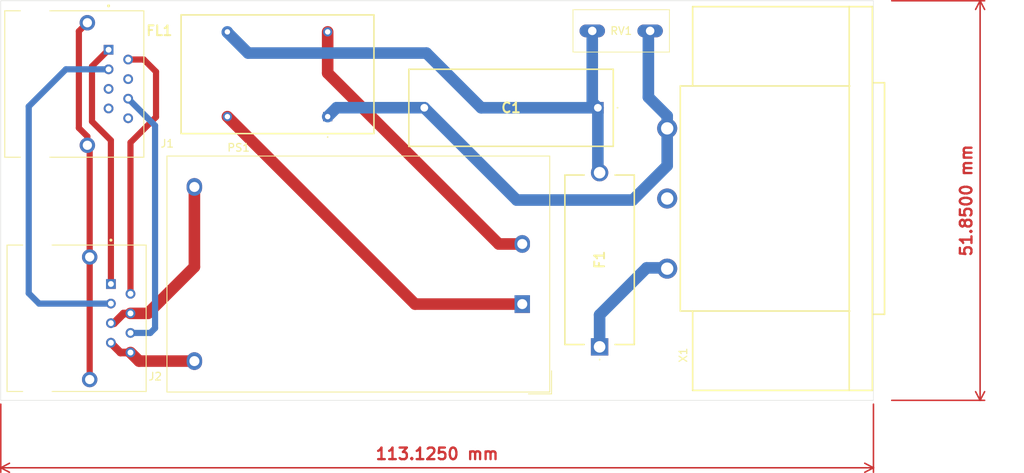
<source format=kicad_pcb>
(kicad_pcb (version 20240108) (generator "pcbnew") (generator_version "8.0")
  (layers (0 "F.Cu" signal) (31 "B.Cu" signal) (34 "B.Paste" user) (35 "F.Paste" user) (36 "B.SilkS" user "B.Silkscreen") (37 "F.SilkS" user "F.Silkscreen") (38 "B.Mask" user) (39 "F.Mask" user) (44 "Edge.Cuts" user))
  (net 0 "")
  (net 1 "Net-(F1-Pad1)")
  (net 4 "GND")
  (net 5 "Net-(C1-Pad2)")
  (net 6 "GNDPWR")
  (net 7 "Net-(J1-Pad2)")
  (net 8 "Net-(J1-Pad3)")
  (net 9 "Net-(J1-Pad6)")
  (net 10 "Net-(J1-Pad1)")
  (net 13 "Net-(C1-Pad1)")
  (net 14 "Net-(PS1-AC{slash}L)")
  (net 15 "Net-(PS1-AC{slash}N)")
  (net 16 "+12V")
  (net 17 "Earth_Clean")
  (footprint "Equatorial_foot:6ESRM-P" (layer "F.Cu") (at 171.6617 82.91 90)
    (property "Reference" "X1" (at -20.32 -7.62 90) (layer "F.SilkS"))
    (property "Value" "Conector AC")
    (fp_line (start 14.605 -8) (end 14.605 -6.4) (stroke (width 0.2032)) (layer "F.SilkS"))
    (fp_line (start -14.605 -8) (end 14.605 -8) (stroke (width 0.2032)) (layer "F.SilkS"))
    (fp_line (start -14.605 -8) (end -14.605 -6.4) (stroke (width 0.2032)) (layer "F.SilkS"))
    (fp_line (start 24.9 -6.4) (end 24.9 13.9) (stroke (width 0.2032)) (layer "F.SilkS"))
    (fp_line (start 14.605 -6.4) (end 24.9 -6.4) (stroke (width 0.2032)) (layer "F.SilkS"))
    (fp_line (start 14.605 -6.4) (end 14.605 13.97) (stroke (width 0.2032)) (layer "F.SilkS"))
    (fp_line (start -14.605 -6.4) (end -14.605 13.97) (stroke (width 0.2032)) (layer "F.SilkS"))
    (fp_line (start -24.9 -6.4) (end -14.605 -6.4) (stroke (width 0.2032)) (layer "F.SilkS"))
    (fp_line (start 24.9 13.9) (end -24.9 13.9) (stroke (width 0.2032)) (layer "F.SilkS"))
    (fp_line (start -24.9 13.9) (end -24.9 -6.4) (stroke (width 0.2032)) (layer "F.SilkS"))
    (fp_line (start -24.9 13.9) (end -24.9 16.9) (stroke (width 0.2032)) (layer "F.SilkS"))
    (fp_line (start 24.9 16.9) (end 24.9 13.9) (stroke (width 0.2032)) (layer "F.SilkS"))
    (fp_line (start -24.9 16.9) (end 24.9 16.9) (stroke (width 0.2032)) (layer "F.SilkS"))
    (fp_line (start -15.025 16.95) (end -15.025 18.475) (stroke (width 0.2032)) (layer "F.SilkS"))
    (fp_line (start 15.025 18.475) (end 15.025 16.975) (stroke (width 0.2032)) (layer "F.SilkS"))
    (fp_line (start -15.025 18.475) (end 15.025 18.475) (stroke (width 0.2032)) (layer "F.SilkS"))
    (pad "" np_thru_hole circle (at -20 0 90) (size 3.6 3.6) (drill 3.6) (layers "*.Cu" "*.Mask"))
    (pad "" np_thru_hole circle (at 20 0 90) (size 3.6 3.6) (drill 3.6) (layers "*.Cu" "*.Mask"))
    (pad "1" thru_hole circle (at -9.1 -9.7 90) (size 2.6 2.6) (drill 1.6) (layers "*.Cu" "*.Mask") (net 1 "Net-(F1-Pad1)"))
    (pad "2" thru_hole circle (at 0 -9.7 90) (size 2.6 2.6) (drill 1.6) (layers "*.Cu" "*.Mask") (net 17 "Earth_Clean"))
    (pad "3" thru_hole circle (at 9.1 -9.7 90) (size 2.6 2.6) (drill 1.6) (layers "*.Cu" "*.Mask") (net 5 "Net-(C1-Pad2)"))
  )
  (footprint "Equatorial_foot:RJ45-8P8C" (layer "F.Cu") (at 83.2 68.05 -90)
    (property "Reference" "J1" (at 7.735 -13.95 0) (layer "F.SilkS") (effects (font (size 1.000614 1.000614))))
    (property "Value" "RJ45-8P8C" (hide yes))
    (fp_line (start -9.5 7.11) (end 9.5 7.11) (stroke (width 0.127)) (layer "F.SilkS"))
    (fp_line (start 9.5 7.11) (end 9.5 5.08) (stroke (width 0.127)) (layer "F.SilkS"))
    (fp_line (start -9.5 5.08) (end -9.5 7.11) (stroke (width 0.127)) (layer "F.SilkS"))
    (fp_line (start -9.5 -10.92) (end -9.5 1.27) (stroke (width 0.127)) (layer "F.SilkS"))
    (fp_line (start -9.5 -10.92) (end 9.5 -10.92) (stroke (width 0.127)) (layer "F.SilkS"))
    (fp_line (start 9.5 -10.92) (end 9.5 1.27) (stroke (width 0.127)) (layer "F.SilkS"))
    (fp_circle (center -10.14 -6.35) (end -10.04 -6.35) (stroke (width 0.2)) (fill none) (layer "F.SilkS"))
    (pad "" np_thru_hole circle (at -5.715 0.5 270) (size 3.25 3.25) (drill 3.25) (layers "*.Cu" "*.Mask"))
    (pad "" np_thru_hole circle (at 5.715 0.5 270) (size 3.25 3.25) (drill 3.25) (layers "*.Cu" "*.Mask"))
    (pad "1" thru_hole rect (at -4.445 -6.35 270) (size 1.268 1.268) (drill 0.76) (layers "*.Cu" "*.Mask") (net 10 "Net-(J1-Pad1)"))
    (pad "2" thru_hole circle (at -3.175 -8.89 270) (size 1.268 1.268) (drill 0.76) (layers "*.Cu" "*.Mask") (net 7 "Net-(J1-Pad2)"))
    (pad "3" thru_hole circle (at -1.905 -6.35 270) (size 1.268 1.268) (drill 0.76) (layers "*.Cu" "*.Mask") (net 8 "Net-(J1-Pad3)"))
    (pad "4" thru_hole circle (at -0.635 -8.89 270) (size 1.268 1.268) (drill 0.76) (layers "*.Cu" "*.Mask"))
    (pad "5" thru_hole circle (at 0.635 -6.35 270) (size 1.268 1.268) (drill 0.76) (layers "*.Cu" "*.Mask"))
    (pad "6" thru_hole circle (at 1.905 -8.89 270) (size 1.268 1.268) (drill 0.76) (layers "*.Cu" "*.Mask") (net 9 "Net-(J1-Pad6)"))
    (pad "7" thru_hole circle (at 3.175 -6.35 270) (size 1.268 1.268) (drill 0.76) (layers "*.Cu" "*.Mask"))
    (pad "8" thru_hole circle (at 4.445 -8.89 270) (size 1.268 1.268) (drill 0.76) (layers "*.Cu" "*.Mask"))
    (pad "9" thru_hole circle (at -7.95 -3.6 270) (size 2 2) (drill 1.2) (layers "*.Cu" "*.Mask") (net 6 "GNDPWR"))
    (pad "10" thru_hole circle (at 7.95 -3.6 270) (size 2 2) (drill 1.2) (layers "*.Cu" "*.Mask") (net 6 "GNDPWR"))
  )
  (footprint "Converter_ACDC:Converter_ACDC_Hi-Link_HLK-10Mxx" (layer "F.Cu") (at 143.175 96.61 180)
    (property "Reference" "PS1" (at 36.775 20.3 0) (layer "F.SilkS"))
    (property "Value" "HLK-10M12" (hide yes))
    (fp_line (start 46.06 -11.41) (end 46.06 19.21) (stroke (width 0.12)) (layer "F.SilkS"))
    (fp_line (start -3.56 19.21) (end 46.06 19.21) (stroke (width 0.12)) (layer "F.SilkS"))
    (fp_line (start -3.56 -11.41) (end 46.06 -11.41) (stroke (width 0.12)) (layer "F.SilkS"))
    (fp_line (start -3.56 -11.41) (end -3.56 19.21) (stroke (width 0.12)) (layer "F.SilkS"))
    (fp_line (start -3.8 -8.65) (end -3.8 -11.65) (stroke (width 0.12)) (layer "F.SilkS"))
    (fp_line (start -3.8 -11.65) (end -0.8 -11.65) (stroke (width 0.12)) (layer "F.SilkS"))
    (pad "1" thru_hole rect (at 0 0 180) (size 2 2.3) (drill 1.3) (layers "*.Cu" "*.Mask") (net 14 "Net-(PS1-AC{slash}L)"))
    (pad "2" thru_hole oval (at 0 7.8 180) (size 2 2.3) (drill 1.3) (layers "*.Cu" "*.Mask") (net 15 "Net-(PS1-AC{slash}N)"))
    (pad "3" thru_hole oval (at 42.5 -7.4 180) (size 2 2.3) (drill 1.3) (layers "*.Cu" "*.Mask") (net 4 "GND"))
    (pad "4" thru_hole oval (at 42.5 15.2 180) (size 2 2.3) (drill 1.3) (layers "*.Cu" "*.Mask") (net 16 "+12V"))
  )
  (footprint "Equatorial_foot:SC02E115J" (layer "F.Cu") (at 117.95 72.285 180)
    (property "Reference" "FL1" (at 21.825 11.15 0) (layer "F.SilkS") (effects (font (size 1.27 1.27) (thickness 0.254))))
    (property "Value" "11.5 mH" (hide yes))
    (fp_line (start 19 13.2) (end -6 13.2) (stroke (width 0.2)) (layer "F.SilkS"))
    (fp_line (start 19 -2.2) (end 19 13.2) (stroke (width 0.2)) (layer "F.SilkS"))
    (fp_line (start 0 -2.6) (end 0 -2.6) (stroke (width 0.1)) (layer "F.SilkS"))
    (fp_line (start 0 -2.7) (end 0 -2.7) (stroke (width 0.1)) (layer "F.SilkS"))
    (fp_line (start -6 13.2) (end -6 -2.2) (stroke (width 0.2)) (layer "F.SilkS"))
    (fp_line (start -6 -2.2) (end 19 -2.2) (stroke (width 0.2)) (layer "F.SilkS"))
    (fp_arc (start 0 -2.6) (mid -0.05 -2.65) (end 0 -2.7) (stroke (width 0.1)) (layer "F.SilkS"))
    (fp_arc (start 0 -2.7) (mid 0.05 -2.65) (end 0 -2.6) (stroke (width 0.1)) (layer "F.SilkS"))
    (pad "1" thru_hole rect (at 0 0 180) (size 1.2 1.2) (drill 0.7) (layers "*.Cu" "*.Mask") (net 5 "Net-(C1-Pad2)"))
    (pad "2" thru_hole circle (at 0 11 180) (size 1.2 1.2) (drill 0.7) (layers "*.Cu" "*.Mask") (net 15 "Net-(PS1-AC{slash}N)"))
    (pad "3" thru_hole circle (at 13 11 180) (size 1.2 1.2) (drill 0.7) (layers "*.Cu" "*.Mask") (net 13 "Net-(C1-Pad1)"))
    (pad "4" thru_hole circle (at 13 0 180) (size 1.2 1.2) (drill 0.7) (layers "*.Cu" "*.Mask") (net 14 "Net-(PS1-AC{slash}L)"))
  )
  (footprint "Equatorial_foot:RJ45-8P8C" (layer "F.Cu") (at 83.5 98.45 -90)
    (property "Reference" "J2" (at 7.56 -12.1 180) (layer "F.SilkS") (effects (font (size 1.000614 1.000614))))
    (property "Value" "RJ45-8P8C" (hide yes))
    (fp_line (start -9.5 7.11) (end 9.5 7.11) (stroke (width 0.127)) (layer "F.SilkS"))
    (fp_line (start 9.5 7.11) (end 9.5 5.08) (stroke (width 0.127)) (layer "F.SilkS"))
    (fp_line (start -9.5 5.08) (end -9.5 7.11) (stroke (width 0.127)) (layer "F.SilkS"))
    (fp_line (start -9.5 -10.92) (end -9.5 1.27) (stroke (width 0.127)) (layer "F.SilkS"))
    (fp_line (start -9.5 -10.92) (end 9.5 -10.92) (stroke (width 0.127)) (layer "F.SilkS"))
    (fp_line (start 9.5 -10.92) (end 9.5 1.27) (stroke (width 0.127)) (layer "F.SilkS"))
    (fp_circle (center -10.14 -6.35) (end -10.04 -6.35) (stroke (width 0.2)) (fill none) (layer "F.SilkS"))
    (pad "" np_thru_hole circle (at -5.715 0.5 270) (size 3.25 3.25) (drill 3.25) (layers "*.Cu" "*.Mask"))
    (pad "" np_thru_hole circle (at 5.715 0.5 270) (size 3.25 3.25) (drill 3.25) (layers "*.Cu" "*.Mask"))
    (pad "1" thru_hole rect (at -4.445 -6.35 270) (size 1.268 1.268) (drill 0.76) (layers "*.Cu" "*.Mask") (net 10 "Net-(J1-Pad1)"))
    (pad "2" thru_hole circle (at -3.175 -8.89 270) (size 1.268 1.268) (drill 0.76) (layers "*.Cu" "*.Mask") (net 7 "Net-(J1-Pad2)"))
    (pad "3" thru_hole circle (at -1.905 -6.35 270) (size 1.268 1.268) (drill 0.76) (layers "*.Cu" "*.Mask") (net 8 "Net-(J1-Pad3)"))
    (pad "4" thru_hole circle (at -0.635 -8.89 270) (size 1.268 1.268) (drill 0.76) (layers "*.Cu" "*.Mask") (net 16 "+12V"))
    (pad "5" thru_hole circle (at 0.635 -6.35 270) (size 1.268 1.268) (drill 0.76) (layers "*.Cu" "*.Mask") (net 16 "+12V"))
    (pad "6" thru_hole circle (at 1.905 -8.89 270) (size 1.268 1.268) (drill 0.76) (layers "*.Cu" "*.Mask") (net 9 "Net-(J1-Pad6)"))
    (pad "7" thru_hole circle (at 3.175 -6.35 270) (size 1.268 1.268) (drill 0.76) (layers "*.Cu" "*.Mask") (net 4 "GND"))
    (pad "8" thru_hole circle (at 4.445 -8.89 270) (size 1.268 1.268) (drill 0.76) (layers "*.Cu" "*.Mask") (net 4 "GND"))
    (pad "9" thru_hole circle (at -7.95 -3.6 270) (size 2 2) (drill 1.2) (layers "*.Cu" "*.Mask") (net 6 "GNDPWR"))
    (pad "10" thru_hole circle (at 7.95 -3.6 270) (size 2 2) (drill 1.2) (layers "*.Cu" "*.Mask") (net 6 "GNDPWR"))
  )
  (footprint "Equatorial_foot:MOV10D511K" (layer "F.Cu") (at 152.25 61.16)
    (property "Reference" "RV1" (at 3.75 0 0) (layer "F.SilkS"))
    (property "Value" "MOV-10D561KKTR")
    (fp_line (start -2.5 -2.75) (end 10 -2.75) (stroke (width 0.1)) (layer "F.SilkS"))
    (fp_line (start -2.5 2.75) (end -2.5 -2.75) (stroke (width 0.1)) (layer "F.SilkS"))
    (fp_line (start 10 -2.75) (end 10 2.75) (stroke (width 0.1)) (layer "F.SilkS"))
    (fp_line (start 10 2.75) (end -2.5 2.75) (stroke (width 0.1)) (layer "F.SilkS"))
    (pad "1" thru_hole oval (at 0 0) (size 3.3 1.65) (drill 1.1) (layers "*.Cu" "*.Mask") (net 13 "Net-(C1-Pad1)"))
    (pad "2" thru_hole oval (at 7.5 0) (size 3.3 1.65) (drill 1.1) (layers "*.Cu" "*.Mask") (net 5 "Net-(C1-Pad2)"))
  )
  (footprint "Equatorial_foot:R523N415050P1M" (layer "F.Cu") (at 152.975 71.135 180)
    (property "Reference" "C1" (at 11.25 0 0) (layer "F.SilkS") (effects (font (size 1.27 1.27) (thickness 0.254))))
    (property "Value" "0,1uF/250V" (hide yes))
    (fp_line (start 24.5 5) (end -2 5) (stroke (width 0.2)) (layer "F.SilkS"))
    (fp_line (start 24.5 -5) (end 24.5 5) (stroke (width 0.2)) (layer "F.SilkS"))
    (fp_line (start -2 5) (end -2 -5) (stroke (width 0.2)) (layer "F.SilkS"))
    (fp_line (start -2 -5) (end 24.5 -5) (stroke (width 0.2)) (layer "F.SilkS"))
    (fp_line (start -2.5 0) (end -2.5 0) (stroke (width 0.1)) (layer "F.SilkS"))
    (fp_line (start -2.6 0) (end -2.6 0) (stroke (width 0.1)) (layer "F.SilkS"))
    (fp_arc (start -2.5 0) (mid -2.55 0.05) (end -2.6 0) (stroke (width 0.1)) (layer "F.SilkS"))
    (fp_arc (start -2.6 0) (mid -2.55 -0.05) (end -2.5 0) (stroke (width 0.1)) (layer "F.SilkS"))
    (pad "1" thru_hole rect (at 0 0 180) (size 1.5 1.5) (drill 1) (layers "*.Cu" "*.Mask") (net 13 "Net-(C1-Pad1)"))
    (pad "2" thru_hole circle (at 22.5 0 180) (size 1.5 1.5) (drill 1) (layers "*.Cu" "*.Mask") (net 5 "Net-(C1-Pad2)"))
  )
  (footprint "Equatorial_foot:696101000002" (layer "F.Cu") (at 153.2 102.16 90)
    (property "Reference" "F1" (at 11.3 0 90) (layer "F.SilkS") (effects (font (size 1.27 1.27) (thickness 0.254))))
    (property "Value" "696101000002" (hide yes))
    (fp_line (start 22.3 -4.5) (end 0.3 -4.5) (stroke (width 0.2)) (layer "F.SilkS"))
    (fp_line (start 0.3 -4.5) (end 0.3 -2) (stroke (width 0.2)) (layer "F.SilkS"))
    (fp_line (start 22.3 -2) (end 22.3 -4.5) (stroke (width 0.2)) (layer "F.SilkS"))
    (fp_line (start -1.6 0) (end -1.6 0) (stroke (width 0.1)) (layer "F.SilkS"))
    (fp_line (start -1.7 0) (end -1.7 0) (stroke (width 0.1)) (layer "F.SilkS"))
    (fp_line (start 0.3 2) (end 0.3 4.5) (stroke (width 0.2)) (layer "F.SilkS"))
    (fp_line (start 22.3 4.5) (end 22.3 2) (stroke (width 0.2)) (layer "F.SilkS"))
    (fp_line (start 0.3 4.5) (end 22.3 4.5) (stroke (width 0.2)) (layer "F.SilkS"))
    (fp_arc (start -1.6 0) (mid -1.65 0.05) (end -1.7 0) (stroke (width 0.1)) (layer "F.SilkS"))
    (fp_arc (start -1.7 0) (mid -1.65 -0.05) (end -1.6 0) (stroke (width 0.1)) (layer "F.SilkS"))
    (pad "1" thru_hole rect (at 0 0 90) (size 2.25 2.25) (drill 1.5) (layers "*.Cu" "*.Mask") (net 1 "Net-(F1-Pad1)"))
    (pad "2" thru_hole circle (at 22.6 0 90) (size 2.25 2.25) (drill 1.5) (layers "*.Cu" "*.Mask") (net 13 "Net-(C1-Pad1)"))
  )
  (gr_rect (start 75.575 57.25) (end 188.7 109.1) (stroke (width 0.05)) (fill none) (layer "Edge.Cuts"))
  (dimension (type aligned) (layer "F.Cu") (pts (xy 190.575 109.1) (xy 190.575 57.25)) (height 11.95) (gr_text "51,8500 mm" (at 200.725 83.175 90) (layer "F.Cu") (effects (font (size 1.5 1.5) (thickness 0.3)))) (format (prefix "") (suffix "") (units 3) (units_format 1) (precision 4)) (style (thickness 0.2) (arrow_length 1.27) (text_position_mode 0) (extension_height 0.58642) (extension_offset 0.5) keep_text_aligned))
  (dimension (type aligned) (layer "F.Cu") (pts (xy 75.575 109.1) (xy 188.7 109.1)) (height 8.75) (gr_text "113,1250 mm" (at 132.1375 116.05 0) (layer "F.Cu") (effects (font (size 1.5 1.5) (thickness 0.3)))) (format (prefix "") (suffix "") (units 3) (units_format 1) (precision 4)) (style (thickness 0.2) (arrow_length 1.27) (text_position_mode 0) (extension_height 0.58642) (extension_offset 0.5) keep_text_aligned))
  (segment (start 153.2 98.01) (end 159.3 91.91) (width 1.5) (layer "B.Cu") (net 1))
  (segment (start 153.2 102.16) (end 153.2 98.01) (width 1.5) (layer "B.Cu") (net 1))
  (segment (start 159.3 91.91) (end 161.8617 91.91) (width 1.5) (layer "B.Cu") (net 1))
  (segment (start 161.8617 91.91) (end 161.9617 92.01) (width 1.5) (layer "B.Cu") (net 1))
  (segment (start 89.85 101.66) (end 91.085 102.895) (width 1) (layer "F.Cu") (net 4))
  (segment (start 93.505 104.01) (end 92.39 102.895) (width 1.5) (layer "F.Cu") (net 4))
  (segment (start 91.085 102.895) (end 92.39 102.895) (width 1) (layer "F.Cu") (net 4))
  (segment (start 100.675 104.01) (end 93.505 104.01) (width 1.5) (layer "F.Cu") (net 4))
  (segment (start 89.85 101.625) (end 89.85 101.66) (width 1) (layer "F.Cu") (net 4))
  (segment (start 119.11 71.125) (end 130.465 71.125) (width 1.5) (layer "B.Cu") (net 5))
  (segment (start 159.525 61.385) (end 159.525 69.76) (width 1.5) (layer "B.Cu") (net 5))
  (segment (start 157.5 83.11) (end 142.45 83.11) (width 1.5) (layer "B.Cu") (net 5))
  (segment (start 142.45 83.11) (end 130.475 71.135) (width 1.5) (layer "B.Cu") (net 5))
  (segment (start 117.95 72.285) (end 119.11 71.125) (width 1.5) (layer "B.Cu") (net 5))
  (segment (start 161.9617 78.6483) (end 157.5 83.11) (width 1.5) (layer "B.Cu") (net 5))
  (segment (start 159.525 69.76) (end 161.9617 72.1967) (width 1.5) (layer "B.Cu") (net 5))
  (segment (start 159.75 61.16) (end 159.525 61.385) (width 1.5) (layer "B.Cu") (net 5))
  (segment (start 130.465 71.125) (end 130.475 71.135) (width 1.5) (layer "B.Cu") (net 5))
  (segment (start 161.9617 72.1967) (end 161.9617 78.6483) (width 1.5) (layer "B.Cu") (net 5))
  (segment (start 87.1 76.3) (end 86.8 76) (width 0.8) (layer "F.Cu") (net 6))
  (segment (start 85.7 73.76) (end 85.7 61.2) (width 0.8) (layer "F.Cu") (net 6))
  (segment (start 85.7 61.2) (end 86.8 60.1) (width 0.8) (layer "F.Cu") (net 6))
  (segment (start 86.8 74.86) (end 85.7 73.76) (width 0.8) (layer "F.Cu") (net 6))
  (segment (start 87.1 90.5) (end 87.1 76.3) (width 0.8) (layer "F.Cu") (net 6))
  (segment (start 86.8 76) (end 86.8 74.86) (width 0.8) (layer "F.Cu") (net 6))
  (segment (start 87.1 106.4) (end 87.1 90.5) (width 0.8) (layer "F.Cu") (net 6))
  (segment (start 95.7 72.335) (end 95.7 66.46) (width 0.8) (layer "F.Cu") (net 7))
  (segment (start 92.39 75.645) (end 95.7 72.335) (width 0.8) (layer "F.Cu") (net 7))
  (segment (start 95.7 66.46) (end 94.115 64.875) (width 0.8) (layer "F.Cu") (net 7))
  (segment (start 94.115 64.875) (end 92.09 64.875) (width 0.8) (layer "F.Cu") (net 7))
  (segment (start 92.39 95.275) (end 92.39 75.645) (width 0.8) (layer "F.Cu") (net 7))
  (segment (start 79.2 95.21) (end 79.2 70.96) (width 0.8) (layer "B.Cu") (net 8))
  (segment (start 89.85 96.545) (end 80.535 96.545) (width 0.8) (layer "B.Cu") (net 8))
  (segment (start 80.535 96.545) (end 79.2 95.21) (width 0.8) (layer "B.Cu") (net 8))
  (segment (start 79.2 70.96) (end 84.015 66.145) (width 0.8) (layer "B.Cu") (net 8))
  (segment (start 84.015 66.145) (end 89.55 66.145) (width 0.8) (layer "B.Cu") (net 8))
  (segment (start 92.39 100.355) (end 94.955 100.355) (width 0.8) (layer "B.Cu") (net 9))
  (segment (start 95.575 99.735) (end 95.575 73.44) (width 0.8) (layer "B.Cu") (net 9))
  (segment (start 94.955 100.355) (end 95.575 99.735) (width 0.8) (layer "B.Cu") (net 9))
  (segment (start 95.575 73.44) (end 92.09 69.955) (width 0.8) (layer "B.Cu") (net 9))
  (segment (start 87.4 72.91) (end 87.4 65.755) (width 0.8) (layer "F.Cu") (net 10))
  (segment (start 89.85 75.36) (end 87.4 72.91) (width 0.8) (layer "F.Cu") (net 10))
  (segment (start 87.4 65.755) (end 89.55 63.605) (width 0.8) (layer "F.Cu") (net 10))
  (segment (start 89.85 94.005) (end 89.85 75.36) (width 0.8) (layer "F.Cu") (net 10))
  (segment (start 104.95 61.35) (end 107.635 64.035) (width 1.5) (layer "B.Cu") (net 13))
  (segment (start 130.75 64.035) (end 137.85 71.135) (width 1.5) (layer "B.Cu") (net 13))
  (segment (start 152.975 71.135) (end 152.975 79.335) (width 1.5) (layer "B.Cu") (net 13))
  (segment (start 137.85 71.135) (end 152.975 71.135) (width 1.5) (layer "B.Cu") (net 13))
  (segment (start 152.975 79.335) (end 153.2 79.56) (width 1.5) (layer "B.Cu") (net 13))
  (segment (start 152.25 70.41) (end 152.975 71.135) (width 1.5) (layer "B.Cu") (net 13))
  (segment (start 107.635 64.035) (end 130.75 64.035) (width 1.5) (layer "B.Cu") (net 13))
  (segment (start 104.95 61.285) (end 104.95 61.35) (width 1.5) (layer "B.Cu") (net 13))
  (segment (start 152.25 61.16) (end 152.25 70.41) (width 1.5) (layer "B.Cu") (net 13))
  (segment (start 129.275 96.61) (end 143.175 96.61) (width 1.5) (layer "F.Cu") (net 14))
  (segment (start 104.95 72.285) (end 129.275 96.61) (width 1.5) (layer "F.Cu") (net 14))
  (segment (start 140.125 88.81) (end 117.95 66.635) (width 1.5) (layer "F.Cu") (net 15))
  (segment (start 143.175 88.81) (end 140.125 88.81) (width 1.5) (layer "F.Cu") (net 15))
  (segment (start 117.95 66.635) (end 117.95 61.285) (width 1.5) (layer "F.Cu") (net 15))
  (segment (start 91.5 97.835) (end 92.37 97.835) (width 1) (layer "F.Cu") (net 16))
  (segment (start 92.39 97.815) (end 92.47 97.735) (width 1) (layer "F.Cu") (net 16))
  (segment (start 90.25 99.085) (end 91.5 97.835) (width 1) (layer "F.Cu") (net 16))
  (segment (start 100.675 81.41) (end 100.675 91.785) (width 1.5) (layer "F.Cu") (net 16))
  (segment (start 89.85 99.085) (end 90.25 99.085) (width 1) (layer "F.Cu") (net 16))
  (segment (start 92.37 97.835) (end 92.39 97.815) (width 1) (layer "F.Cu") (net 16))
  (segment (start 94.645 97.815) (end 92.39 97.815) (width 1.5) (layer "F.Cu") (net 16))
  (segment (start 100.675 91.785) (end 94.645 97.815) (width 1.5) (layer "F.Cu") (net 16))
)
</source>
